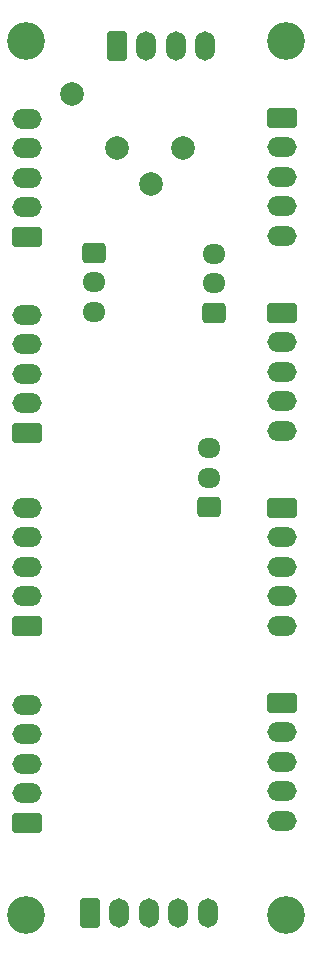
<source format=gbr>
%TF.GenerationSoftware,KiCad,Pcbnew,(6.0.0)*%
%TF.CreationDate,2022-05-13T11:59:05+02:00*%
%TF.ProjectId,carte fils araign_e,63617274-6520-4666-996c-732061726169,rev?*%
%TF.SameCoordinates,Original*%
%TF.FileFunction,Soldermask,Top*%
%TF.FilePolarity,Negative*%
%FSLAX46Y46*%
G04 Gerber Fmt 4.6, Leading zero omitted, Abs format (unit mm)*
G04 Created by KiCad (PCBNEW (6.0.0)) date 2022-05-13 11:59:05*
%MOMM*%
%LPD*%
G01*
G04 APERTURE LIST*
G04 Aperture macros list*
%AMRoundRect*
0 Rectangle with rounded corners*
0 $1 Rounding radius*
0 $2 $3 $4 $5 $6 $7 $8 $9 X,Y pos of 4 corners*
0 Add a 4 corners polygon primitive as box body*
4,1,4,$2,$3,$4,$5,$6,$7,$8,$9,$2,$3,0*
0 Add four circle primitives for the rounded corners*
1,1,$1+$1,$2,$3*
1,1,$1+$1,$4,$5*
1,1,$1+$1,$6,$7*
1,1,$1+$1,$8,$9*
0 Add four rect primitives between the rounded corners*
20,1,$1+$1,$2,$3,$4,$5,0*
20,1,$1+$1,$4,$5,$6,$7,0*
20,1,$1+$1,$6,$7,$8,$9,0*
20,1,$1+$1,$8,$9,$2,$3,0*%
G04 Aperture macros list end*
%ADD10RoundRect,0.250000X-0.725000X0.600000X-0.725000X-0.600000X0.725000X-0.600000X0.725000X0.600000X0*%
%ADD11O,1.950000X1.700000*%
%ADD12RoundRect,0.250000X1.000000X-0.600000X1.000000X0.600000X-1.000000X0.600000X-1.000000X-0.600000X0*%
%ADD13O,2.500000X1.700000*%
%ADD14C,2.000000*%
%ADD15RoundRect,0.250000X-1.000000X0.600000X-1.000000X-0.600000X1.000000X-0.600000X1.000000X0.600000X0*%
%ADD16C,3.200000*%
%ADD17RoundRect,0.250000X-0.600000X-1.000000X0.600000X-1.000000X0.600000X1.000000X-0.600000X1.000000X0*%
%ADD18O,1.700000X2.500000*%
%ADD19RoundRect,0.250000X0.725000X-0.600000X0.725000X0.600000X-0.725000X0.600000X-0.725000X-0.600000X0*%
G04 APERTURE END LIST*
D10*
%TO.C,J5*%
X135255000Y-105410000D03*
D11*
X135255000Y-107910000D03*
X135255000Y-110410000D03*
%TD*%
D12*
%TO.C,J2*%
X129540000Y-120650000D03*
D13*
X129540000Y-118150000D03*
X129540000Y-115650000D03*
X129540000Y-113150000D03*
X129540000Y-110650000D03*
%TD*%
D14*
%TO.C,I2C_SCL1*%
X142748000Y-96520000D03*
%TD*%
D15*
%TO.C,J13*%
X151130000Y-143510000D03*
D13*
X151130000Y-146010000D03*
X151130000Y-148510000D03*
X151130000Y-151010000D03*
X151130000Y-153510000D03*
%TD*%
D16*
%TO.C,*%
X129500000Y-87500000D03*
%TD*%
D15*
%TO.C,J11*%
X151130000Y-110490000D03*
D13*
X151130000Y-112990000D03*
X151130000Y-115490000D03*
X151130000Y-117990000D03*
X151130000Y-120490000D03*
%TD*%
D17*
%TO.C,J7*%
X134874000Y-161290000D03*
D18*
X137374000Y-161290000D03*
X139874000Y-161290000D03*
X142374000Y-161290000D03*
X144874000Y-161290000D03*
%TD*%
D14*
%TO.C,I2C_SDA1*%
X140050000Y-99568000D03*
%TD*%
D15*
%TO.C,J10*%
X151130000Y-93980000D03*
D13*
X151130000Y-96480000D03*
X151130000Y-98980000D03*
X151130000Y-101480000D03*
X151130000Y-103980000D03*
%TD*%
D14*
%TO.C,GND1*%
X133350000Y-91948000D03*
%TD*%
%TO.C,+5V1*%
X137160000Y-96520000D03*
%TD*%
D16*
%TO.C,*%
X151500000Y-161500000D03*
%TD*%
D15*
%TO.C,J12*%
X151130000Y-127000000D03*
D13*
X151130000Y-129500000D03*
X151130000Y-132000000D03*
X151130000Y-134500000D03*
X151130000Y-137000000D03*
%TD*%
D19*
%TO.C,J8*%
X145415000Y-110490000D03*
D11*
X145415000Y-107990000D03*
X145415000Y-105490000D03*
%TD*%
D19*
%TO.C,J6*%
X145000000Y-126960000D03*
D11*
X145000000Y-124460000D03*
X145000000Y-121960000D03*
%TD*%
D12*
%TO.C,J1*%
X129532500Y-104060000D03*
D13*
X129532500Y-101560000D03*
X129532500Y-99060000D03*
X129532500Y-96560000D03*
X129532500Y-94060000D03*
%TD*%
D17*
%TO.C,J9*%
X137160000Y-87884000D03*
D18*
X139660000Y-87884000D03*
X142160000Y-87884000D03*
X144660000Y-87884000D03*
%TD*%
D16*
%TO.C,*%
X151500000Y-87500000D03*
%TD*%
D12*
%TO.C,J4*%
X129540000Y-153670000D03*
D13*
X129540000Y-151170000D03*
X129540000Y-148670000D03*
X129540000Y-146170000D03*
X129540000Y-143670000D03*
%TD*%
D16*
%TO.C,*%
X129500000Y-161500000D03*
%TD*%
D12*
%TO.C,J3*%
X129540000Y-137000000D03*
D13*
X129540000Y-134500000D03*
X129540000Y-132000000D03*
X129540000Y-129500000D03*
X129540000Y-127000000D03*
%TD*%
M02*

</source>
